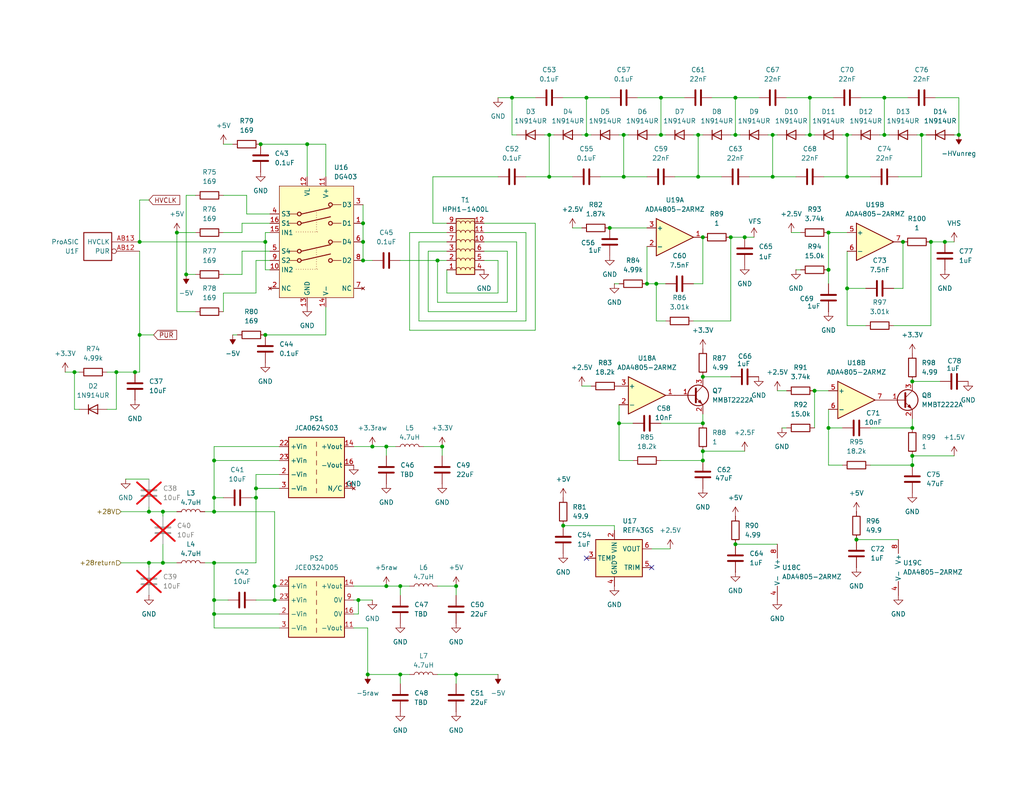
<source format=kicad_sch>
(kicad_sch (version 20231120) (generator "eeschema") (generator_version "8.0")
  (paper "USLetter")
  (title_block (title "QuERI MPU") (date "2024-06-05") (rev "RR1") (company "Noqsi Aerospace Ltd") (comment 1 "15 Blanchard Avenue, Billerica MA 01821") (comment 2 "jpd@noqsi.com"))
  (junction (at 72.39 66.04))
  (junction (at 246.38 66.04))
  (junction (at 179.07 77.47))
  (junction (at 166.37 62.23))
  (junction (at 200.66 148.59))
  (junction (at 248.92 124.46))
  (junction (at 203.2 64.77))
  (junction (at 99.06 71.12))
  (junction (at 149.86 48.26))
  (junction (at 248.92 116.84))
  (junction (at 190.5 36.83))
  (junction (at 233.68 147.32))
  (junction (at 99.06 66.04))
  (junction (at 48.26 63.5))
  (junction (at 38.1 66.04))
  (junction (at 58.42 139.7))
  (junction (at 99.06 60.96))
  (junction (at 220.98 36.83))
  (junction (at 124.46 160.02))
  (junction (at 58.42 125.73))
  (junction (at 210.82 48.26))
  (junction (at 199.39 64.77))
  (junction (at 105.41 121.92))
  (junction (at 248.92 127))
  (junction (at 168.91 115.57))
  (junction (at 20.32 101.6))
  (junction (at 226.06 73.66))
  (junction (at 231.14 78.74))
  (junction (at 191.77 102.87))
  (junction (at 153.67 143.51))
  (junction (at 71.12 39.37))
  (junction (at 180.34 36.83))
  (junction (at 231.14 36.83))
  (junction (at 105.41 160.02))
  (junction (at 254 66.04))
  (junction (at 36.83 101.6))
  (junction (at 109.22 184.15))
  (junction (at 58.42 167.64))
  (junction (at 191.77 123.19))
  (junction (at 200.66 36.83))
  (junction (at 160.02 26.67))
  (junction (at 200.66 26.67))
  (junction (at 74.93 163.83))
  (junction (at 191.77 115.57))
  (junction (at 69.85 135.89))
  (junction (at 190.5 48.26))
  (junction (at 69.85 133.35))
  (junction (at 40.64 153.67))
  (junction (at 50.8 74.93))
  (junction (at 58.42 135.89))
  (junction (at 261.62 36.83))
  (junction (at 31.75 101.6))
  (junction (at 44.45 139.7))
  (junction (at 101.6 121.92))
  (junction (at 176.53 77.47))
  (junction (at 191.77 64.77))
  (junction (at 109.22 160.02))
  (junction (at 120.65 121.92))
  (junction (at 149.86 36.83))
  (junction (at 257.81 66.04))
  (junction (at 210.82 36.83))
  (junction (at 72.39 91.44))
  (junction (at 220.98 26.67))
  (junction (at 44.45 153.67))
  (junction (at 40.64 139.7))
  (junction (at 83.82 39.37))
  (junction (at 160.02 36.83))
  (junction (at 124.46 184.15))
  (junction (at 241.3 36.83))
  (junction (at 191.77 125.73))
  (junction (at 170.18 48.26))
  (junction (at 58.42 163.83))
  (junction (at 58.42 153.67))
  (junction (at 139.7 26.67))
  (junction (at 248.92 104.14))
  (junction (at 38.1 91.44))
  (junction (at 97.79 163.83))
  (junction (at 180.34 26.67))
  (junction (at 222.25 106.68))
  (junction (at 226.06 63.5))
  (junction (at 231.14 48.26))
  (junction (at 100.33 184.15))
  (junction (at 241.3 26.67))
  (junction (at 226.06 116.84))
  (junction (at 119.38 71.12))
  (junction (at 74.93 160.02))
  (junction (at 170.18 36.83))
  (junction (at 251.46 36.83))
  (no_connect (at 160.02 152.4))
  (no_connect (at 177.8 154.94))
  (wire (pts (xy 76.2 160.02) (xy 74.93 160.02)))
  (wire (pts (xy 97.79 163.83) (xy 96.52 163.83)))
  (wire (pts (xy 149.86 36.83) (xy 149.86 48.26)))
  (wire (pts (xy 226.06 116.84) (xy 226.06 127)))
  (wire (pts (xy 121.92 73.66) (xy 121.92 80.01)))
  (wire (pts (xy 139.7 26.67) (xy 139.7 36.83)))
  (wire (pts (xy 50.8 74.93) (xy 53.34 74.93)))
  (wire (pts (xy 111.76 90.17) (xy 146.05 90.17)))
  (wire (pts (xy 231.14 48.26) (xy 237.49 48.26)))
  (wire (pts (xy 167.64 143.51) (xy 153.67 143.51)))
  (wire (pts (xy 190.5 36.83) (xy 190.5 48.26)))
  (wire (pts (xy 120.65 121.92) (xy 120.65 124.46)))
  (wire (pts (xy 50.8 53.34) (xy 50.8 74.93)))
  (wire (pts (xy 200.66 36.83) (xy 201.93 36.83)))
  (wire (pts (xy 149.86 48.26) (xy 156.21 48.26)))
  (wire (pts (xy 99.06 66.04) (xy 99.06 71.12)))
  (wire (pts (xy 116.84 85.09) (xy 140.97 85.09)))
  (wire (pts (xy 248.92 124.46) (xy 248.92 127)))
  (wire (pts (xy 199.39 36.83) (xy 200.66 36.83)))
  (wire (pts (xy 251.46 36.83) (xy 252.73 36.83)))
  (wire (pts (xy 250.19 36.83) (xy 251.46 36.83)))
  (wire (pts (xy 99.06 71.12) (xy 101.6 71.12)))
  (wire (pts (xy 135.89 71.12) (xy 132.08 71.12)))
  (wire (pts (xy 20.32 101.6) (xy 21.59 101.6)))
  (wire (pts (xy 209.55 36.83) (xy 210.82 36.83)))
  (wire (pts (xy 166.37 62.23) (xy 176.53 62.23)))
  (wire (pts (xy 17.78 101.6) (xy 20.32 101.6)))
  (wire (pts (xy 236.22 88.9) (xy 231.14 88.9)))
  (wire (pts (xy 226.06 63.5) (xy 231.14 63.5)))
  (wire (pts (xy 66.04 68.58) (xy 73.66 68.58)))
  (wire (pts (xy 254 66.04) (xy 257.81 66.04)))
  (wire (pts (xy 121.92 80.01) (xy 135.89 80.01)))
  (wire (pts (xy 241.3 36.83) (xy 242.57 36.83)))
  (wire (pts (xy 146.05 26.67) (xy 139.7 26.67)))
  (wire (pts (xy 180.34 36.83) (xy 181.61 36.83)))
  (wire (pts (xy 69.85 129.54) (xy 69.85 133.35)))
  (wire (pts (xy 40.64 153.67) (xy 44.45 153.67)))
  (wire (pts (xy 121.92 71.12) (xy 119.38 71.12)))
  (wire (pts (xy 58.42 163.83) (xy 58.42 167.64)))
  (wire (pts (xy 38.1 101.6) (xy 36.83 101.6)))
  (wire (pts (xy 38.1 66.04) (xy 72.39 66.04)))
  (wire (pts (xy 44.45 140.97) (xy 44.45 139.7)))
  (wire (pts (xy 226.06 63.5) (xy 226.06 73.66)))
  (wire (pts (xy 251.46 36.83) (xy 251.46 48.26)))
  (wire (pts (xy 255.27 26.67) (xy 261.62 26.67)))
  (wire (pts (xy 72.39 73.66) (xy 72.39 66.04)))
  (wire (pts (xy 83.82 39.37) (xy 83.82 48.26)))
  (wire (pts (xy 191.77 115.57) (xy 191.77 113.03)))
  (wire (pts (xy 31.75 101.6) (xy 36.83 101.6)))
  (wire (pts (xy 182.88 149.86) (xy 177.8 149.86)))
  (wire (pts (xy 240.03 36.83) (xy 241.3 36.83)))
  (wire (pts (xy 69.85 80.01) (xy 69.85 71.12)))
  (wire (pts (xy 21.59 111.76) (xy 20.32 111.76)))
  (wire (pts (xy 160.02 26.67) (xy 160.02 36.83)))
  (wire (pts (xy 67.31 58.42) (xy 73.66 58.42)))
  (wire (pts (xy 100.33 184.15) (xy 109.22 184.15)))
  (wire (pts (xy 40.64 153.67) (xy 40.64 154.94)))
  (wire (pts (xy 58.42 153.67) (xy 58.42 163.83)))
  (wire (pts (xy 160.02 26.67) (xy 166.37 26.67)))
  (wire (pts (xy 199.39 87.63) (xy 199.39 64.77)))
  (wire (pts (xy 63.5 91.44) (xy 64.77 91.44)))
  (wire (pts (xy 179.07 77.47) (xy 181.61 77.47)))
  (wire (pts (xy 109.22 184.15) (xy 111.76 184.15)))
  (wire (pts (xy 40.64 138.43) (xy 40.64 139.7)))
  (wire (pts (xy 66.04 60.96) (xy 66.04 63.5)))
  (wire (pts (xy 138.43 68.58) (xy 132.08 68.58)))
  (wire (pts (xy 124.46 184.15) (xy 135.89 184.15)))
  (wire (pts (xy 31.75 111.76) (xy 31.75 101.6)))
  (wire (pts (xy 180.34 26.67) (xy 186.69 26.67)))
  (wire (pts (xy 58.42 125.73) (xy 58.42 135.89)))
  (wire (pts (xy 76.2 133.35) (xy 69.85 133.35)))
  (wire (pts (xy 72.39 63.5) (xy 73.66 63.5)))
  (wire (pts (xy 99.06 55.88) (xy 99.06 60.96)))
  (wire (pts (xy 20.32 111.76) (xy 20.32 101.6)))
  (wire (pts (xy 69.85 133.35) (xy 69.85 135.89)))
  (wire (pts (xy 248.92 104.14) (xy 256.54 104.14)))
  (wire (pts (xy 189.23 36.83) (xy 190.5 36.83)))
  (wire (pts (xy 119.38 160.02) (xy 124.46 160.02)))
  (wire (pts (xy 119.38 71.12) (xy 119.38 82.55)))
  (wire (pts (xy 76.2 121.92) (xy 58.42 121.92)))
  (wire (pts (xy 118.11 60.96) (xy 118.11 48.26)))
  (wire (pts (xy 180.34 26.67) (xy 180.34 36.83)))
  (wire (pts (xy 58.42 125.73) (xy 76.2 125.73)))
  (wire (pts (xy 179.07 87.63) (xy 179.07 77.47)))
  (wire (pts (xy 146.05 60.96) (xy 132.08 60.96)))
  (wire (pts (xy 168.91 110.49) (xy 168.91 115.57)))
  (wire (pts (xy 176.53 67.31) (xy 176.53 77.47)))
  (wire (pts (xy 140.97 66.04) (xy 132.08 66.04)))
  (wire (pts (xy 168.91 36.83) (xy 170.18 36.83)))
  (wire (pts (xy 118.11 48.26) (xy 135.89 48.26)))
  (wire (pts (xy 149.86 36.83) (xy 151.13 36.83)))
  (wire (pts (xy 181.61 87.63) (xy 179.07 87.63)))
  (wire (pts (xy 109.22 160.02) (xy 109.22 162.56)))
  (wire (pts (xy 261.62 26.67) (xy 261.62 36.83)))
  (wire (pts (xy 60.96 74.93) (xy 66.04 74.93)))
  (wire (pts (xy 101.6 163.83) (xy 97.79 163.83)))
  (wire (pts (xy 229.87 36.83) (xy 231.14 36.83)))
  (wire (pts (xy 73.66 60.96) (xy 66.04 60.96)))
  (wire (pts (xy 204.47 48.26) (xy 210.82 48.26)))
  (wire (pts (xy 83.82 39.37) (xy 71.12 39.37)))
  (wire (pts (xy 191.77 123.19) (xy 203.2 123.19)))
  (wire (pts (xy 220.98 26.67) (xy 220.98 36.83)))
  (wire (pts (xy 179.07 36.83) (xy 180.34 36.83)))
  (wire (pts (xy 44.45 139.7) (xy 48.26 139.7)))
  (wire (pts (xy 168.91 115.57) (xy 168.91 125.73)))
  (wire (pts (xy 105.41 121.92) (xy 107.95 121.92)))
  (wire (pts (xy 140.97 85.09) (xy 140.97 66.04)))
  (wire (pts (xy 170.18 36.83) (xy 171.45 36.83)))
  (wire (pts (xy 176.53 77.47) (xy 179.07 77.47)))
  (wire (pts (xy 100.33 171.45) (xy 96.52 171.45)))
  (wire (pts (xy 119.38 184.15) (xy 124.46 184.15)))
  (wire (pts (xy 237.49 116.84) (xy 248.92 116.84)))
  (wire (pts (xy 210.82 36.83) (xy 210.82 48.26)))
  (wire (pts (xy 38.1 54.61) (xy 38.1 66.04)))
  (wire (pts (xy 88.9 91.44) (xy 72.39 91.44)))
  (wire (pts (xy 226.06 116.84) (xy 229.87 116.84)))
  (wire (pts (xy 73.66 73.66) (xy 72.39 73.66)))
  (wire (pts (xy 143.51 63.5) (xy 132.08 63.5)))
  (wire (pts (xy 226.06 77.47) (xy 226.06 73.66)))
  (wire (pts (xy 96.52 167.64) (xy 97.79 167.64)))
  (wire (pts (xy 191.77 102.87) (xy 199.39 102.87)))
  (wire (pts (xy 68.58 135.89) (xy 69.85 135.89)))
  (wire (pts (xy 109.22 184.15) (xy 109.22 186.69)))
  (wire (pts (xy 53.34 85.09) (xy 48.26 85.09)))
  (wire (pts (xy 231.14 36.83) (xy 231.14 48.26)))
  (wire (pts (xy 205.74 64.77) (xy 203.2 64.77)))
  (wire (pts (xy 58.42 121.92) (xy 58.42 125.73)))
  (wire (pts (xy 60.96 39.37) (xy 63.5 39.37)))
  (wire (pts (xy 220.98 36.83) (xy 222.25 36.83)))
  (wire (pts (xy 189.23 77.47) (xy 191.77 77.47)))
  (wire (pts (xy 88.9 39.37) (xy 83.82 39.37)))
  (wire (pts (xy 189.23 87.63) (xy 199.39 87.63)))
  (wire (pts (xy 60.96 63.5) (xy 66.04 63.5)))
  (wire (pts (xy 226.06 111.76) (xy 226.06 116.84)))
  (wire (pts (xy 224.79 48.26) (xy 231.14 48.26)))
  (wire (pts (xy 222.25 106.68) (xy 222.25 116.84)))
  (wire (pts (xy 233.68 147.32) (xy 245.11 147.32)))
  (wire (pts (xy 60.96 53.34) (xy 67.31 53.34)))
  (wire (pts (xy 55.88 153.67) (xy 58.42 153.67)))
  (wire (pts (xy 138.43 82.55) (xy 138.43 68.58)))
  (wire (pts (xy 212.09 106.68) (xy 214.63 106.68)))
  (wire (pts (xy 191.77 123.19) (xy 191.77 125.73)))
  (wire (pts (xy 74.93 160.02) (xy 74.93 139.7)))
  (wire (pts (xy 241.3 26.67) (xy 247.65 26.67)))
  (wire (pts (xy 243.84 88.9) (xy 254 88.9)))
  (wire (pts (xy 254 88.9) (xy 254 66.04)))
  (wire (pts (xy 248.92 127) (xy 237.49 127)))
  (wire (pts (xy 168.91 115.57) (xy 172.72 115.57)))
  (wire (pts (xy 105.41 160.02) (xy 109.22 160.02)))
  (wire (pts (xy 101.6 121.92) (xy 105.41 121.92)))
  (wire (pts (xy 200.66 148.59) (xy 212.09 148.59)))
  (wire (pts (xy 260.35 66.04) (xy 257.81 66.04)))
  (wire (pts (xy 38.1 68.58) (xy 38.1 91.44)))
  (wire (pts (xy 111.76 63.5) (xy 111.76 90.17)))
  (wire (pts (xy 99.06 60.96) (xy 99.06 66.04)))
  (wire (pts (xy 97.79 167.64) (xy 97.79 163.83)))
  (wire (pts (xy 48.26 85.09) (xy 48.26 63.5)))
  (wire (pts (xy 88.9 48.26) (xy 88.9 39.37)))
  (wire (pts (xy 60.96 80.01) (xy 69.85 80.01)))
  (wire (pts (xy 114.3 66.04) (xy 114.3 87.63)))
  (wire (pts (xy 116.84 68.58) (xy 116.84 85.09)))
  (wire (pts (xy 194.31 26.67) (xy 200.66 26.67)))
  (wire (pts (xy 96.52 160.02) (xy 105.41 160.02)))
  (wire (pts (xy 231.14 68.58) (xy 231.14 78.74)))
  (wire (pts (xy 100.33 184.15) (xy 100.33 171.45)))
  (wire (pts (xy 58.42 163.83) (xy 62.23 163.83)))
  (wire (pts (xy 38.1 91.44) (xy 41.91 91.44)))
  (wire (pts (xy 48.26 63.5) (xy 53.34 63.5)))
  (wire (pts (xy 231.14 78.74) (xy 236.22 78.74)))
  (wire (pts (xy 115.57 121.92) (xy 120.65 121.92)))
  (wire (pts (xy 167.64 144.78) (xy 167.64 143.51)))
  (wire (pts (xy 248.92 124.46) (xy 260.35 124.46)))
  (wire (pts (xy 200.66 26.67) (xy 207.01 26.67)))
  (wire (pts (xy 222.25 106.68) (xy 226.06 106.68)))
  (wire (pts (xy 109.22 71.12) (xy 119.38 71.12)))
  (wire (pts (xy 135.89 80.01) (xy 135.89 71.12)))
  (wire (pts (xy 139.7 36.83) (xy 140.97 36.83)))
  (wire (pts (xy 53.34 53.34) (xy 50.8 53.34)))
  (wire (pts (xy 231.14 88.9) (xy 231.14 78.74)))
  (wire (pts (xy 234.95 26.67) (xy 241.3 26.67)))
  (wire (pts (xy 200.66 26.67) (xy 200.66 36.83)))
  (wire (pts (xy 76.2 167.64) (xy 58.42 167.64)))
  (wire (pts (xy 143.51 48.26) (xy 149.86 48.26)))
  (wire (pts (xy 109.22 160.02) (xy 111.76 160.02)))
  (wire (pts (xy 167.64 77.47) (xy 168.91 77.47)))
  (wire (pts (xy 88.9 83.82) (xy 88.9 91.44)))
  (wire (pts (xy 119.38 82.55) (xy 138.43 82.55)))
  (wire (pts (xy 67.31 53.34) (xy 67.31 58.42)))
  (wire (pts (xy 170.18 48.26) (xy 176.53 48.26)))
  (wire (pts (xy 184.15 48.26) (xy 190.5 48.26)))
  (wire (pts (xy 168.91 125.73) (xy 172.72 125.73)))
  (wire (pts (xy 121.92 68.58) (xy 116.84 68.58)))
  (wire (pts (xy 241.3 26.67) (xy 241.3 36.83)))
  (wire (pts (xy 243.84 78.74) (xy 246.38 78.74)))
  (wire (pts (xy 163.83 48.26) (xy 170.18 48.26)))
  (wire (pts (xy 217.17 73.66) (xy 218.44 73.66)))
  (wire (pts (xy 261.62 36.83) (xy 260.35 36.83)))
  (wire (pts (xy 124.46 160.02) (xy 124.46 162.56)))
  (wire (pts (xy 158.75 105.41) (xy 161.29 105.41)))
  (wire (pts (xy 58.42 135.89) (xy 58.42 139.7)))
  (wire (pts (xy 29.21 101.6) (xy 31.75 101.6)))
  (wire (pts (xy 124.46 184.15) (xy 124.46 186.69)))
  (wire (pts (xy 215.9 63.5) (xy 218.44 63.5)))
  (wire (pts (xy 148.59 36.83) (xy 149.86 36.83)))
  (wire (pts (xy 143.51 87.63) (xy 143.51 63.5)))
  (wire (pts (xy 38.1 91.44) (xy 38.1 101.6)))
  (wire (pts (xy 121.92 60.96) (xy 118.11 60.96)))
  (wire (pts (xy 135.89 26.67) (xy 139.7 26.67)))
  (wire (pts (xy 220.98 26.67) (xy 227.33 26.67)))
  (wire (pts (xy 60.96 85.09) (xy 60.96 80.01)))
  (wire (pts (xy 58.42 171.45) (xy 58.42 167.64)))
  (wire (pts (xy 248.92 116.84) (xy 248.92 114.3)))
  (wire (pts (xy 72.39 66.04) (xy 72.39 63.5)))
  (wire (pts (xy 40.64 54.61) (xy 38.1 54.61)))
  (wire (pts (xy 69.85 135.89) (xy 69.85 153.67)))
  (wire (pts (xy 55.88 139.7) (xy 58.42 139.7)))
  (wire (pts (xy 44.45 148.59) (xy 44.45 153.67)))
  (wire (pts (xy 190.5 48.26) (xy 196.85 48.26)))
  (wire (pts (xy 210.82 48.26) (xy 217.17 48.26)))
  (wire (pts (xy 214.63 26.67) (xy 220.98 26.67)))
  (wire (pts (xy 58.42 139.7) (xy 74.93 139.7)))
  (wire (pts (xy 34.29 130.81) (xy 40.64 130.81)))
  (wire (pts (xy 156.21 62.23) (xy 158.75 62.23)))
  (wire (pts (xy 74.93 160.02) (xy 74.93 163.83)))
  (wire (pts (xy 170.18 36.83) (xy 170.18 48.26)))
  (wire (pts (xy 121.92 66.04) (xy 114.3 66.04)))
  (wire (pts (xy 219.71 36.83) (xy 220.98 36.83)))
  (wire (pts (xy 69.85 163.83) (xy 74.93 163.83)))
  (wire (pts (xy 69.85 71.12) (xy 73.66 71.12)))
  (wire (pts (xy 76.2 129.54) (xy 69.85 129.54)))
  (wire (pts (xy 158.75 36.83) (xy 160.02 36.83)))
  (wire (pts (xy 199.39 64.77) (xy 203.2 64.77)))
  (wire (pts (xy 121.92 63.5) (xy 111.76 63.5)))
  (wire (pts (xy 114.3 87.63) (xy 143.51 87.63)))
  (wire (pts (xy 66.04 74.93) (xy 66.04 68.58)))
  (wire (pts (xy 153.67 26.67) (xy 160.02 26.67)))
  (wire (pts (xy 29.21 111.76) (xy 31.75 111.76)))
  (wire (pts (xy 191.77 64.77) (xy 191.77 77.47)))
  (wire (pts (xy 231.14 36.83) (xy 232.41 36.83)))
  (wire (pts (xy 76.2 163.83) (xy 74.93 163.83)))
  (wire (pts (xy 58.42 135.89) (xy 60.96 135.89)))
  (wire (pts (xy 190.5 36.83) (xy 191.77 36.83)))
  (wire (pts (xy 173.99 26.67) (xy 180.34 26.67)))
  (wire (pts (xy 160.02 36.83) (xy 161.29 36.83)))
  (wire (pts (xy 44.45 153.67) (xy 48.26 153.67)))
  (wire (pts (xy 40.64 139.7) (xy 44.45 139.7)))
  (wire (pts (xy 180.34 115.57) (xy 191.77 115.57)))
  (wire (pts (xy 146.05 90.17) (xy 146.05 60.96)))
  (wire (pts (xy 33.02 139.7) (xy 40.64 139.7)))
  (wire (pts (xy 210.82 36.83) (xy 212.09 36.83)))
  (wire (pts (xy 33.02 153.67) (xy 40.64 153.67)))
  (wire (pts (xy 226.06 127) (xy 229.87 127)))
  (wire (pts (xy 191.77 125.73) (xy 180.34 125.73)))
  (wire (pts (xy 96.52 121.92) (xy 101.6 121.92)))
  (wire (pts (xy 69.85 153.67) (xy 58.42 153.67)))
  (wire (pts (xy 246.38 66.04) (xy 246.38 78.74)))
  (wire (pts (xy 251.46 48.26) (xy 245.11 48.26)))
  (wire (pts (xy 213.36 116.84) (xy 214.63 116.84)))
  (wire (pts (xy 105.41 121.92) (xy 105.41 124.46)))
  (wire (pts (xy 76.2 171.45) (xy 58.42 171.45)))
  (global_label "~{PUR}" (shape input) (at 41.91 91.44 0) (property "Intersheetrefs" "${INTERSHEET_REFS}" (effects (hide yes))))
  (global_label "HVCLK" (shape input) (at 40.64 54.61 0) (property "Intersheetrefs" "${INTERSHEET_REFS}" (effects (hide yes))))
  (hierarchical_label "+28return" (shape input) (at 33.02 153.67 180))
  (hierarchical_label "+28V" (shape input) (at 33.02 139.7 180))
  (symbol (lib_id "QuERI_symbols:+2.5F") (at 212.09 106.68 0) (unit 1)
    (property "Reference" "#PWR0156" (effects (hide yes)))
    (property "Value" "+2.5V" (at 212.09 101.6 0))
    (property "Description" "Power symbol creates a global label with name \"+2.5F\"" (effects (hide yes)))
  )
  (symbol (lib_id "QuERI_symbols:1N914UR") (at 165.1 36.83 0) (unit 1)
    (property "Reference" "D5" (at 165.1 30.48 0))
    (property "Value" "1N914UR" (at 165.1 33.02 0))
    (property "Footprint" "Diode_SMD:D_MiniMELF" (effects (hide yes)))
    (property "Description" "General Purpose Switching Diode" (effects (hide yes)))
    (property "Sim.Device" "D" (effects (hide yes)))
    (property "Sim.Pins" "1=K 2=A" (effects (hide yes)))
  )
  (symbol (lib_id "Device:R") (at 67.31 39.37 90) (unit 1)
    (property "Reference" "R79" (at 67.31 33.02 90))
    (property "Value" "169" (at 67.31 35.56 90))
    (property "Footprint" "Resistor_SMD:R_1206_3216Metric" (effects (hide yes)))
    (property "Description" "Resistor" (effects (hide yes)))
    (property "Spec" "1% 1/4W" (effects (hide yes)))
  )
  (symbol (lib_id "power:-5V") (at 63.5 91.44 0) (mirror x) (unit 1)
    (property "Reference" "#PWR0120" (effects (hide yes)))
    (property "Value" "-5V" (at 63.5 96.52 0))
    (property "Description" "Power symbol creates a global label with name \"-5V\"" (effects (hide yes)))
  )
  (symbol (lib_id "QuERI_symbols:C") (at 226.06 81.28 0) (unit 1)
    (property "Reference" "C69" (at 218.186 81.534 0) (effects (justify left)))
    (property "Value" "1uF" (at 220.218 83.566 0) (effects (justify left)))
    (property "Footprint" "Capacitor_SMD:C_0805_2012Metric" (effects (hide yes)))
    (property "Description" "Unpolarized capacitor" (effects (hide yes)))
    (property "Spec" "16WVDC X7R" (effects (hide yes)))
  )
  (symbol (lib_id "QuERI_symbols:+2.5F") (at 215.9 63.5 0) (unit 1)
    (property "Reference" "#PWR0159" (effects (hide yes)))
    (property "Value" "+2.5V" (at 215.9 58.42 0))
    (property "Description" "Power symbol creates a global label with name \"+2.5F\"" (effects (hide yes)))
  )
  (symbol (lib_id "power:GND") (at 203.2 72.39 0) (unit 1)
    (property "Reference" "#PWR0152" (effects (hide yes)))
    (property "Value" "GND" (at 203.2 77.47 0))
    (property "Description" "Power symbol creates a global label with name \"GND\" , ground" (effects (hide yes)))
  )
  (symbol (lib_id "Device:R") (at 57.15 85.09 90) (unit 1)
    (property "Reference" "R78" (at 57.15 78.74 90))
    (property "Value" "169" (at 57.15 81.28 90))
    (property "Footprint" "Resistor_SMD:R_1206_3216Metric" (effects (hide yes)))
    (property "Description" "Resistor" (effects (hide yes)))
    (property "Spec" "1% 1/4W" (effects (hide yes)))
  )
  (symbol (lib_id "QuERI_symbols:ADA4805-2ARMZ") (at 247.65 154.94 0) (unit 3)
    (property "Reference" "U19" (at 246.38 153.6699 0) (effects (justify left)))
    (property "Value" "ADA4805-2ARMZ" (at 246.38 156.2099 0) (effects (justify left)))
    (property "Footprint" "Package_SO:MSOP-8_3x3mm_P0.65mm" (effects (hide yes)))
    (property "Datasheet" "https://www.analog.com/media/en/technical-documentation/data-sheets/ADA4805-1_4805-2.pdf" (effects (hide yes)))
    (property "Description" "Dual Operational Amplifiers, DIP-8/SOIC-8/TSSOP-8/VSSOP-8" (effects (hide yes)))
  )
  (symbol (lib_id "QuERI_FPGA:ProASIC") (at 38.1 68.58 180) (unit 6)
    (property "Reference" "U1" (at 21.59 68.5801 0) (effects (justify left)))
    (property "Value" "ProASIC" (at 21.59 66.0401 0) (effects (justify left)))
    (property "Footprint" "Package_BGA:BGA-484_23.0x23.0mm_Layout22x22_P1.0mm" (effects (hide yes)))
    (property "Datasheet" "	https://www.microsemi.com/document-portal/doc_download/130701-ds0098-proasic3e-flash-family-fpgas-datasheet" (effects (hide yes)))
    (property "Description" "	A3PE3000-FGG484" (effects (hide yes)))
    (property "desc" "	FPGA" (effects (hide yes)))
  )
  (symbol (lib_id "QuERI_symbols:ADA4805-2ARMZ") (at 176.53 107.95 0) (unit 1)
    (property "Reference" "U18" (at 176.53 97.79 0))
    (property "Value" "ADA4805-2ARMZ" (at 176.53 100.33 0))
    (property "Footprint" "Package_SO:MSOP-8_3x3mm_P0.65mm" (effects (hide yes)))
    (property "Datasheet" "https://www.analog.com/media/en/technical-documentation/data-sheets/ADA4805-1_4805-2.pdf" (effects (hide yes)))
    (property "Description" "Dual Operational Amplifiers, DIP-8/SOIC-8/TSSOP-8/VSSOP-8" (effects (hide yes)))
  )
  (symbol (lib_id "QuERI_symbols:Csmall") (at 251.46 26.67 90) (unit 1)
    (property "Reference" "C76" (at 251.46 19.05 90))
    (property "Value" "22nF" (at 251.46 21.59 90))
    (property "Footprint" "Capacitor_SMD:C_0603_1608Metric" (effects (hide yes)))
    (property "Description" "Unpolarized capacitor" (effects (hide yes)))
    (property "Spec" "50WVDC X7R" (effects (hide yes)))
  )
  (symbol (lib_id "power:GND") (at 248.92 134.62 0) (unit 1)
    (property "Reference" "#PWR0166" (effects (hide yes)))
    (property "Value" "GND" (at 248.92 139.7 0))
    (property "Description" "Power symbol creates a global label with name \"GND\" , ground" (effects (hide yes)))
  )
  (symbol (lib_id "power:+3.3V") (at 17.78 101.6 0) (unit 1)
    (property "Reference" "#PWR0113" (effects (hide yes)))
    (property "Value" "+3.3V" (at 17.78 96.52 0))
    (property "Description" "Power symbol creates a global label with name \"+3.3V\"" (effects (hide yes)))
  )
  (symbol (lib_id "QuERI_symbols:Csmall") (at 190.5 26.67 90) (unit 1)
    (property "Reference" "C61" (at 190.5 19.05 90))
    (property "Value" "22nF" (at 190.5 21.59 90))
    (property "Footprint" "Capacitor_SMD:C_0603_1608Metric" (effects (hide yes)))
    (property "Description" "Unpolarized capacitor" (effects (hide yes)))
    (property "Spec" "50WVDC X7R" (effects (hide yes)))
  )
  (symbol (lib_id "power:+5V") (at 105.41 160.02 0) (unit 1)
    (property "Reference" "#PWR0129" (effects (hide yes)))
    (property "Value" "+5raw" (at 105.41 154.94 0))
    (property "Description" "Power symbol creates a global label with name \"+5V\"" (effects (hide yes)))
  )
  (symbol (lib_id "QuERI_symbols:Rlowp") (at 185.42 87.63 90) (unit 1)
    (property "Reference" "R86" (at 185.42 81.28 90))
    (property "Value" "3.01k" (at 185.42 83.82 90))
    (property "Footprint" "Resistor_SMD:R_0603_1608Metric" (effects (hide yes)))
    (property "Description" "Resistor" (effects (hide yes)))
    (property "Spec" "1% 1/10W" (effects (hide yes)))
  )
  (symbol (lib_id "QuERI_symbols:C") (at 203.2 68.58 0) (unit 1)
    (property "Reference" "C65" (at 207.01 67.31 0) (effects (justify left)))
    (property "Value" "1uF" (at 207.01 70.104 0) (effects (justify left)))
    (property "Footprint" "Capacitor_SMD:C_0805_2012Metric" (effects (hide yes)))
    (property "Description" "Unpolarized capacitor" (effects (hide yes)))
    (property "Spec" "16WVDC X7R" (effects (hide yes)))
  )
  (symbol (lib_id "QuERI_symbols:+2.5F") (at 260.35 124.46 0) (unit 1)
    (property "Reference" "#PWR0169" (effects (hide yes)))
    (property "Value" "+1.5V" (at 260.35 119.38 0))
    (property "Description" "Power symbol creates a global label with name \"+2.5F\"" (effects (hide yes)))
  )
  (symbol (lib_id "QuERI_symbols:C") (at 40.64 158.75 0) (unit 1) (dnp yes)
    (property "Reference" "C39" (at 44.45 157.4799 0) (effects (justify left)))
    (property "Value" "10uF" (at 44.45 160.0199 0) (effects (justify left)))
    (property "Footprint" "Capacitor_SMD:C_1210_3225Metric" (effects (hide yes)))
    (property "Description" "Unpolarized capacitor" (effects (hide yes)))
    (property "Spec" "50WVDC X7R" (effects (hide yes)))
  )
  (symbol (lib_id "power:GND") (at 213.36 116.84 0) (unit 1)
    (property "Reference" "#PWR0158" (effects (hide yes)))
    (property "Value" "GND" (at 213.36 121.92 0))
    (property "Description" "Power symbol creates a global label with name \"GND\" , ground" (effects (hide yes)))
  )
  (symbol (lib_id "power:GND") (at 109.22 170.18 0) (unit 1)
    (property "Reference" "#PWR0130" (effects (hide yes)))
    (property "Value" "GND" (at 109.22 175.26 0))
    (property "Description" "Power symbol creates a global label with name \"GND\" , ground" (effects (hide yes)))
  )
  (symbol (lib_id "QuERI_symbols:Csmall") (at 200.66 48.26 90) (unit 1)
    (property "Reference" "C63" (at 200.66 40.64 90))
    (property "Value" "22nF" (at 200.66 43.18 90))
    (property "Footprint" "Capacitor_SMD:C_0603_1608Metric" (effects (hide yes)))
    (property "Description" "Unpolarized capacitor" (effects (hide yes)))
    (property "Spec" "50WVDC X7R" (effects (hide yes)))
  )
  (symbol (lib_id "QuERI_symbols:C") (at 233.68 151.13 0) (unit 1)
    (property "Reference" "C72" (at 237.49 149.8599 0) (effects (justify left)))
    (property "Value" "1uF" (at 237.49 152.3999 0) (effects (justify left)))
    (property "Footprint" "Capacitor_SMD:C_0805_2012Metric" (effects (hide yes)))
    (property "Description" "Unpolarized capacitor" (effects (hide yes)))
    (property "Spec" "16WVDC X7R" (effects (hide yes)))
  )
  (symbol (lib_id "QuERI_symbols:Rlowp") (at 222.25 73.66 90) (unit 1)
    (property "Reference" "R94" (at 222.25 67.31 90))
    (property "Value" "15.0k" (at 222.25 69.85 90))
    (property "Footprint" "Resistor_SMD:R_0603_1608Metric" (effects (hide yes)))
    (property "Description" "Resistor" (effects (hide yes)))
    (property "Spec" "1% 1/10W" (effects (hide yes)))
  )
  (symbol (lib_id "power:+5V") (at 200.66 140.97 0) (unit 1)
    (property "Reference" "#PWR0150" (effects (hide yes)))
    (property "Value" "+5V" (at 200.66 135.89 0))
    (property "Description" "Power symbol creates a global label with name \"+5V\"" (effects (hide yes)))
  )
  (symbol (lib_id "power:+3.3V") (at 248.92 96.52 0) (unit 1)
    (property "Reference" "#PWR0165" (effects (hide yes)))
    (property "Value" "+3.3V" (at 248.92 91.44 0))
    (property "Description" "Power symbol creates a global label with name \"+3.3V\"" (effects (hide yes)))
  )
  (symbol (lib_id "power:GND") (at 101.6 163.83 0) (unit 1)
    (property "Reference" "#PWR0127" (effects (hide yes)))
    (property "Value" "GND" (at 101.6 168.91 0))
    (property "Description" "Power symbol creates a global label with name \"GND\" , ground" (effects (hide yes)))
  )
  (symbol (lib_id "power:GND") (at 226.06 85.09 0) (unit 1)
    (property "Reference" "#PWR0161" (effects (hide yes)))
    (property "Value" "GND" (at 226.06 90.17 0))
    (property "Description" "Power symbol creates a global label with name \"GND\" , ground" (effects (hide yes)))
  )
  (symbol (lib_id "QuERI_symbols:REF43GS") (at 167.64 152.4 0) (unit 1)
    (property "Reference" "U17" (at 169.8341 142.24 0) (effects (justify left)))
    (property "Value" "REF43GS" (at 169.8341 144.78 0) (effects (justify left)))
    (property "Footprint" "Package_SO:SOIC-8_3.9x4.9mm_P1.27mm" (effects (hide yes)))
    (property "Description" "5V ±15mV Precision Voltage Reference, SO-8" (effects (hide yes)))
  )
  (symbol (lib_id "QuERI_symbols:Csmall") (at 233.68 116.84 270) (unit 1)
    (property "Reference" "C71" (at 238.252 112.776 90))
    (property "Value" "10nF" (at 238.252 115.316 90))
    (property "Footprint" "Capacitor_SMD:C_0603_1608Metric" (effects (hide yes)))
    (property "Description" "Unpolarized capacitor" (effects (hide yes)))
    (property "Spec" "50WVDC C0G" (effects (hide yes)))
  )
  (symbol (lib_id "power:+5V") (at 124.46 160.02 0) (unit 1)
    (property "Reference" "#PWR0134" (effects (hide yes)))
    (property "Value" "+5V" (at 124.46 154.94 0))
    (property "Description" "Power symbol creates a global label with name \"+5V\"" (effects (hide yes)))
  )
  (symbol (lib_id "QuERI_symbols:1N914UR") (at 185.42 36.83 0) (unit 1)
    (property "Reference" "D7" (at 185.42 30.48 0))
    (property "Value" "1N914UR" (at 185.42 33.02 0))
    (property "Footprint" "Diode_SMD:D_MiniMELF" (effects (hide yes)))
    (property "Description" "General Purpose Switching Diode" (effects (hide yes)))
    (property "Sim.Device" "D" (effects (hide yes)))
    (property "Sim.Pins" "1=K 2=A" (effects (hide yes)))
  )
  (symbol (lib_id "QuERI_symbols:Rlowp") (at 165.1 105.41 90) (unit 1)
    (property "Reference" "R83" (at 165.1 99.06 90))
    (property "Value" "18.2k" (at 165.1 101.6 90))
    (property "Footprint" "Resistor_SMD:R_0603_1608Metric" (effects (hide yes)))
    (property "Description" "Resistor" (effects (hide yes)))
    (property "Spec" "1% 1/10W" (effects (hide yes)))
  )
  (symbol (lib_id "QuERI_symbols:Rlowp") (at 218.44 106.68 90) (unit 1)
    (property "Reference" "R91" (at 218.44 100.33 90))
    (property "Value" "3.74k" (at 218.44 102.87 90))
    (property "Footprint" "Resistor_SMD:R_0603_1608Metric" (effects (hide yes)))
    (property "Description" "Resistor" (effects (hide yes)))
    (property "Spec" "1% 1/10W" (effects (hide yes)))
  )
  (symbol (lib_id "QuERI_symbols:JCE0324D05") (at 86.36 168.91 0) (unit 1)
    (property "Reference" "PS2" (at 86.36 152.4 0))
    (property "Value" "JCE0324D05" (at 86.36 154.94 0))
    (property "Footprint" "Package_DIP:DIP-24_W15.24mm_Socket" (effects (hide yes)))
    (property "Datasheet" "https://www.xppower.com/portals/0/pdfs/SF_JCE03.pdf" (effects (hide yes)))
    (property "Description" "XP Power 3W, 1500 VDC Isolated DC/DC Converter Module, Dual Output Voltage ±5V, ±300mA, 18-36V Input Voltage, DIP" (effects (hide yes)))
  )
  (symbol (lib_id "power:GND") (at 40.64 162.56 0) (unit 1)
    (property "Reference" "#PWR0116" (effects (hide yes)))
    (property "Value" "GND" (at 40.64 167.64 0))
    (property "Description" "Power symbol creates a global label with name \"GND\" , ground" (effects (hide yes)))
  )
  (symbol (lib_id "QuERI_symbols:+2.5F") (at 182.88 149.86 0) (unit 1)
    (property "Reference" "#PWR0147" (effects (hide yes)))
    (property "Value" "+2.5V" (at 182.88 144.78 0))
    (property "Description" "Power symbol creates a global label with name \"+2.5F\"" (effects (hide yes)))
  )
  (symbol (lib_id "power:-5V") (at 100.33 184.15 0) (mirror x) (unit 1)
    (property "Reference" "#PWR0125" (effects (hide yes)))
    (property "Value" "-5raw" (at 100.33 189.23 0))
    (property "Description" "Power symbol creates a global label with name \"-5V\"" (effects (hide yes)))
  )
  (symbol (lib_id "QuERI_symbols:1N914UR") (at 205.74 36.83 0) (unit 1)
    (property "Reference" "D9" (at 205.74 30.48 0))
    (property "Value" "1N914UR" (at 205.74 33.02 0))
    (property "Footprint" "Diode_SMD:D_MiniMELF" (effects (hide yes)))
    (property "Description" "General Purpose Switching Diode" (effects (hide yes)))
    (property "Sim.Device" "D" (effects (hide yes)))
    (property "Sim.Pins" "1=K 2=A" (effects (hide yes)))
  )
  (symbol (lib_id "Device:L") (at 52.07 153.67 90) (unit 1)
    (property "Reference" "L4" (at 52.07 148.59 90))
    (property "Value" "4.7uH" (at 52.07 151.13 90))
    (property "Footprint" "Inductor_SMD:L_1008_2520Metric" (effects (hide yes)))
    (property "Description" "Inductor" (effects (hide yes)))
  )
  (symbol (lib_id "QuERI_symbols:Csmall") (at 210.82 26.67 90) (unit 1)
    (property "Reference" "C67" (at 210.82 19.05 90))
    (property "Value" "22nF" (at 210.82 21.59 90))
    (property "Footprint" "Capacitor_SMD:C_0603_1608Metric" (effects (hide yes)))
    (property "Description" "Unpolarized capacitor" (effects (hide yes)))
    (property "Spec" "50WVDC X7R" (effects (hide yes)))
  )
  (symbol (lib_id "QuERI_symbols:1N914UR") (at 236.22 36.83 0) (unit 1)
    (property "Reference" "D12" (at 236.22 30.48 0))
    (property "Value" "1N914UR" (at 236.22 33.02 0))
    (property "Footprint" "Diode_SMD:D_MiniMELF" (effects (hide yes)))
    (property "Description" "General Purpose Switching Diode" (effects (hide yes)))
    (property "Sim.Device" "D" (effects (hide yes)))
    (property "Sim.Pins" "1=K 2=A" (effects (hide yes)))
  )
  (symbol (lib_id "QuERI_symbols:Csmall") (at 220.98 48.26 90) (unit 1)
    (property "Reference" "C68" (at 220.98 40.64 90))
    (property "Value" "22nF" (at 220.98 43.18 90))
    (property "Footprint" "Capacitor_SMD:C_0603_1608Metric" (effects (hide yes)))
    (property "Description" "Unpolarized capacitor" (effects (hide yes)))
    (property "Spec" "50WVDC X7R" (effects (hide yes)))
  )
  (symbol (lib_id "power:GND") (at 105.41 132.08 0) (unit 1)
    (property "Reference" "#PWR0128" (effects (hide yes)))
    (property "Value" "GND" (at 105.41 137.16 0))
    (property "Description" "Power symbol creates a global label with name \"GND\" , ground" (effects (hide yes)))
  )
  (symbol (lib_id "power:GND") (at 264.16 104.14 0) (unit 1)
    (property "Reference" "#PWR0171" (effects (hide yes)))
    (property "Value" "GND" (at 264.16 109.22 0))
    (property "Description" "Power symbol creates a global label with name \"GND\" , ground" (effects (hide yes)))
  )
  (symbol (lib_id "power:GND") (at 233.68 154.94 0) (unit 1)
    (property "Reference" "#PWR0163" (effects (hide yes)))
    (property "Value" "GND" (at 233.68 160.02 0))
    (property "Description" "Power symbol creates a global label with name \"GND\" , ground" (effects (hide yes)))
  )
  (symbol (lib_id "power:+5V") (at 233.68 139.7 0) (unit 1)
    (property "Reference" "#PWR0162" (effects (hide yes)))
    (property "Value" "+5V" (at 233.68 134.62 0))
    (property "Description" "Power symbol creates a global label with name \"+5V\"" (effects (hide yes)))
  )
  (symbol (lib_id "QuERI_symbols:1N914UR") (at 144.78 36.83 0) (unit 1)
    (property "Reference" "D3" (at 144.78 30.48 0))
    (property "Value" "1N914UR" (at 144.78 33.02 0))
    (property "Footprint" "Diode_SMD:D_MiniMELF" (effects (hide yes)))
    (property "Description" "General Purpose Switching Diode" (effects (hide yes)))
    (property "Sim.Device" "D" (effects (hide yes)))
    (property "Sim.Pins" "1=K 2=A" (effects (hide yes)))
  )
  (symbol (lib_id "QuERI_symbols:C") (at 170.18 26.67 90) (unit 1)
    (property "Reference" "C57" (at 170.18 19.05 90))
    (property "Value" "0.1uF" (at 170.18 21.59 90))
    (property "Footprint" "Capacitor_SMD:C_0603_1608Metric" (effects (hide yes)))
    (property "Description" "Unpolarized capacitor" (effects (hide yes)))
    (property "Spec" "50WVDC X7R" (effects (hide yes)))
  )
  (symbol (lib_id "power:GND") (at 124.46 170.18 0) (unit 1)
    (property "Reference" "#PWR0135" (effects (hide yes)))
    (property "Value" "GND" (at 124.46 175.26 0))
    (property "Description" "Power symbol creates a global label with name \"GND\" , ground" (effects (hide yes)))
  )
  (symbol (lib_id "QuERI_symbols:Rlowp") (at 191.77 119.38 0) (unit 1)
    (property "Reference" "R88" (at 194.31 118.1099 0) (effects (justify left)))
    (property "Value" "1" (at 194.31 120.6499 0) (effects (justify left)))
    (property "Footprint" "Resistor_SMD:R_0603_1608Metric" (effects (hide yes)))
    (property "Description" "Resistor" (effects (hide yes)))
    (property "Spec" "1% 1/10W" (effects (hide yes)))
  )
  (symbol (lib_id "power:GND") (at 207.01 102.87 0) (unit 1)
    (property "Reference" "#PWR0155" (effects (hide yes)))
    (property "Value" "GND" (at 207.01 107.95 0))
    (property "Description" "Power symbol creates a global label with name \"GND\" , ground" (effects (hide yes)))
  )
  (symbol (lib_id "QuERI_symbols:1N914UR") (at 215.9 36.83 0) (unit 1)
    (property "Reference" "D10" (at 215.9 30.48 0))
    (property "Value" "1N914UR" (at 215.9 33.02 0))
    (property "Footprint" "Diode_SMD:D_MiniMELF" (effects (hide yes)))
    (property "Description" "General Purpose Switching Diode" (effects (hide yes)))
    (property "Sim.Device" "D" (effects (hide yes)))
    (property "Sim.Pins" "1=K 2=A" (effects (hide yes)))
  )
  (symbol (lib_id "QuERI_symbols:C") (at 200.66 152.4 0) (unit 1)
    (property "Reference" "C64" (at 204.47 151.1299 0) (effects (justify left)))
    (property "Value" "1uF" (at 204.47 153.6699 0) (effects (justify left)))
    (property "Footprint" "Capacitor_SMD:C_0805_2012Metric" (effects (hide yes)))
    (property "Description" "Unpolarized capacitor" (effects (hide yes)))
    (property "Spec" "16WVDC X7R" (effects (hide yes)))
  )
  (symbol (lib_id "QuERI_symbols:C") (at 64.77 135.89 90) (unit 1)
    (property "Reference" "C41" (at 64.77 128.27 90))
    (property "Value" "10uF" (at 64.77 130.81 90))
    (property "Footprint" "Capacitor_SMD:C_1210_3225Metric" (effects (hide yes)))
    (property "Description" "Unpolarized capacitor" (effects (hide yes)))
    (property "Spec" "50WVDC X7R" (effects (hide yes)))
  )
  (symbol (lib_id "Device:L") (at 52.07 139.7 90) (unit 1)
    (property "Reference" "L3" (at 52.07 134.62 90))
    (property "Value" "4.7uH" (at 52.07 137.16 90))
    (property "Footprint" "Inductor_SMD:L_1008_2520Metric" (effects (hide yes)))
    (property "Description" "Inductor" (effects (hide yes)))
  )
  (symbol (lib_id "QuERI_symbols:1N914UR") (at 175.26 36.83 0) (unit 1)
    (property "Reference" "D6" (at 175.26 30.48 0))
    (property "Value" "1N914UR" (at 175.26 33.02 0))
    (property "Footprint" "Diode_SMD:D_MiniMELF" (effects (hide yes)))
    (property "Description" "General Purpose Switching Diode" (effects (hide yes)))
    (property "Sim.Device" "D" (effects (hide yes)))
    (property "Sim.Pins" "1=K 2=A" (effects (hide yes)))
  )
  (symbol (lib_id "QuERI_symbols:C") (at 105.41 128.27 0) (unit 1)
    (property "Reference" "C46" (at 109.22 126.9999 0) (effects (justify left)))
    (property "Value" "TBD" (at 109.22 129.5399 0) (effects (justify left)))
    (property "Footprint" "Capacitor_SMD:C_1210_3225Metric" (effects (hide yes)))
    (property "Description" "Unpolarized capacitor" (effects (hide yes)))
    (property "Spec" "16WVDC X7R" (effects (hide yes)))
  )
  (symbol (lib_id "QuERI_symbols:ADA4805-2ARMZ") (at 233.68 109.22 0) (unit 2)
    (property "Reference" "U18" (at 233.68 99.06 0))
    (property "Value" "ADA4805-2ARMZ" (at 233.68 101.6 0))
    (property "Footprint" "Package_SO:MSOP-8_3x3mm_P0.65mm" (effects (hide yes)))
    (property "Datasheet" "https://www.analog.com/media/en/technical-documentation/data-sheets/ADA4805-1_4805-2.pdf" (effects (hide yes)))
    (property "Description" "Dual Operational Amplifiers, DIP-8/SOIC-8/TSSOP-8/VSSOP-8" (effects (hide yes)))
  )
  (symbol (lib_id "QuERI_symbols:C") (at 203.2 102.87 90) (unit 1)
    (property "Reference" "C66" (at 205.232 97.282 90) (effects (justify left)))
    (property "Value" "1uF" (at 204.724 99.314 90) (effects (justify left)))
    (property "Footprint" "Capacitor_SMD:C_0805_2012Metric" (effects (hide yes)))
    (property "Description" "Unpolarized capacitor" (effects (hide yes)))
    (property "Spec" "16WVDC X7R" (effects (hide yes)))
  )
  (symbol (lib_id "QuERI_symbols:Rlowp") (at 153.67 139.7 0) (unit 1)
    (property "Reference" "R81" (at 156.21 138.4299 0) (effects (justify left)))
    (property "Value" "49.9" (at 156.21 140.9699 0) (effects (justify left)))
    (property "Footprint" "Resistor_SMD:R_0603_1608Metric" (effects (hide yes)))
    (property "Description" "Resistor" (effects (hide yes)))
    (property "Spec" "1% 1/10W" (effects (hide yes)))
  )
  (symbol (lib_id "power:GND") (at 191.77 133.35 0) (unit 1)
    (property "Reference" "#PWR0149" (effects (hide yes)))
    (property "Value" "GND" (at 191.77 138.43 0))
    (property "Description" "Power symbol creates a global label with name \"GND\" , ground" (effects (hide yes)))
  )
  (symbol (lib_id "QuERI_symbols:C") (at 191.77 129.54 0) (unit 1)
    (property "Reference" "C62" (at 195.58 128.2699 0) (effects (justify left)))
    (property "Value" "47uF" (at 195.072 130.556 0) (effects (justify left)))
    (property "Footprint" "Capacitor_SMD:C_1210_3225Metric" (effects (hide yes)))
    (property "Description" "Unpolarized capacitor" (effects (hide yes)))
    (property "Spec" "6.3WVDC X7R" (effects (hide yes)))
  )
  (symbol (lib_id "Device:R") (at 57.15 74.93 90) (unit 1)
    (property "Reference" "R77" (at 57.15 68.58 90))
    (property "Value" "169" (at 57.15 71.12 90))
    (property "Footprint" "Resistor_SMD:R_1206_3216Metric" (effects (hide yes)))
    (property "Description" "Resistor" (effects (hide yes)))
    (property "Spec" "1% 1/4W" (effects (hide yes)))
  )
  (symbol (lib_id "power:GND") (at 135.89 26.67 0) (mirror y) (unit 1)
    (property "Reference" "#PWR0138" (effects (hide yes)))
    (property "Value" "GND" (at 135.89 31.75 0))
    (property "Description" "Power symbol creates a global label with name \"GND\" , ground" (effects (hide yes)))
  )
  (symbol (lib_id "power:GND") (at 153.67 151.13 0) (unit 1)
    (property "Reference" "#PWR0141" (effects (hide yes)))
    (property "Value" "GND" (at 153.67 156.21 0))
    (property "Description" "Power symbol creates a global label with name \"GND\" , ground" (effects (hide yes)))
  )
  (symbol (lib_id "power:-5V") (at 135.89 184.15 0) (mirror x) (unit 1)
    (property "Reference" "#PWR0139" (effects (hide yes)))
    (property "Value" "-5V" (at 135.89 189.23 0))
    (property "Description" "Power symbol creates a global label with name \"-5V\"" (effects (hide yes)))
  )
  (symbol (lib_id "QuERI_symbols:C") (at 139.7 48.26 90) (unit 1)
    (property "Reference" "C52" (at 139.7 40.64 90))
    (property "Value" "0.1uF" (at 139.7 43.18 90))
    (property "Footprint" "Capacitor_SMD:C_0603_1608Metric" (effects (hide yes)))
    (property "Description" "Unpolarized capacitor" (effects (hide yes)))
    (property "Spec" "50WVDC X7R" (effects (hide yes)))
  )
  (symbol (lib_id "power:GND") (at 120.65 132.08 0) (unit 1)
    (property "Reference" "#PWR0133" (effects (hide yes)))
    (property "Value" "GND" (at 120.65 137.16 0))
    (property "Description" "Power symbol creates a global label with name \"GND\" , ground" (effects (hide yes)))
  )
  (symbol (lib_id "QuERI_symbols:Rlowp") (at 176.53 125.73 90) (unit 1)
    (property "Reference" "R85" (at 176.53 119.38 90))
    (property "Value" "18.2k" (at 176.53 121.92 90))
    (property "Footprint" "Resistor_SMD:R_0603_1608Metric" (effects (hide yes)))
    (property "Description" "Resistor" (effects (hide yes)))
    (property "Spec" "1% 1/10W" (effects (hide yes)))
  )
  (symbol (lib_id "power:GND") (at 257.81 73.66 0) (unit 1)
    (property "Reference" "#PWR0167" (effects (hide yes)))
    (property "Value" "GND" (at 257.81 78.74 0))
    (property "Description" "Power symbol creates a global label with name \"GND\" , ground" (effects (hide yes)))
  )
  (symbol (lib_id "QuERI_symbols:ADA4805-2ARMZ") (at 214.63 156.21 0) (unit 3)
    (property "Reference" "U18" (at 213.36 154.9399 0) (effects (justify left)))
    (property "Value" "ADA4805-2ARMZ" (at 213.36 157.4799 0) (effects (justify left)))
    (property "Footprint" "Package_SO:MSOP-8_3x3mm_P0.65mm" (effects (hide yes)))
    (property "Datasheet" "https://www.analog.com/media/en/technical-documentation/data-sheets/ADA4805-1_4805-2.pdf" (effects (hide yes)))
    (property "Description" "Dual Operational Amplifiers, DIP-8/SOIC-8/TSSOP-8/VSSOP-8" (effects (hide yes)))
  )
  (symbol (lib_id "power:GND") (at 34.29 130.81 0) (unit 1)
    (property "Reference" "#PWR0114" (effects (hide yes)))
    (property "Value" "GND" (at 34.29 135.89 0))
    (property "Description" "Power symbol creates a global label with name \"GND\" , ground" (effects (hide yes)))
  )
  (symbol (lib_id "power:GND") (at 132.08 73.66 0) (mirror y) (unit 1)
    (property "Reference" "#PWR0137" (effects (hide yes)))
    (property "Value" "GND" (at 132.08 78.74 0))
    (property "Description" "Power symbol creates a global label with name \"GND\" , ground" (effects (hide yes)))
  )
  (symbol (lib_id "QuERI_symbols:Rlowp") (at 218.44 116.84 90) (unit 1)
    (property "Reference" "R92" (at 218.44 110.49 90))
    (property "Value" "15.0k" (at 218.44 113.03 90))
    (property "Footprint" "Resistor_SMD:R_0603_1608Metric" (effects (hide yes)))
    (property "Description" "Resistor" (effects (hide yes)))
    (property "Spec" "1% 1/10W" (effects (hide yes)))
  )
  (symbol (lib_id "power:GND") (at 72.39 99.06 0) (mirror y) (unit 1)
    (property "Reference" "#PWR0122" (effects (hide yes)))
    (property "Value" "GND" (at 72.39 104.14 0))
    (property "Description" "Power symbol creates a global label with name \"GND\" , ground" (effects (hide yes)))
  )
  (symbol (lib_id "Transistor_BJT:MMBT2222A") (at 189.23 107.95 0) (unit 1)
    (property "Reference" "Q7" (at 194.31 106.6799 0) (effects (justify left)))
    (property "Value" "MMBT2222A" (at 194.31 109.2199 0) (effects (justify left)))
    (property "Footprint" "Package_TO_SOT_SMD:SOT-23" (effects (hide yes)))
    (property "Datasheet" "https://assets.nexperia.com/documents/data-sheet/MMBT2222A.pdf" (effects (hide yes)))
    (property "Description" "600mA Ic, 40V Vce, NPN Transistor, SOT-23" (effects (hide yes)))
  )
  (symbol (lib_id "power:GND") (at 167.64 160.02 0) (unit 1)
    (property "Reference" "#PWR0146" (effects (hide yes)))
    (property "Value" "GND" (at 167.64 165.1 0))
    (property "Description" "Power symbol creates a global label with name \"GND\" , ground" (effects (hide yes)))
  )
  (symbol (lib_id "Device:R") (at 57.15 63.5 90) (unit 1)
    (property "Reference" "R76" (at 57.15 57.15 90))
    (property "Value" "169" (at 57.15 59.69 90))
    (property "Footprint" "Resistor_SMD:R_1206_3216Metric" (effects (hide yes)))
    (property "Description" "Resistor" (effects (hide yes)))
    (property "Spec" "1% 1/4W" (effects (hide yes)))
  )
  (symbol (lib_id "QuERI_symbols:C") (at 109.22 166.37 0) (unit 1)
    (property "Reference" "C47" (at 113.03 165.0999 0) (effects (justify left)))
    (property "Value" "TBD" (at 113.03 167.6399 0) (effects (justify left)))
    (property "Footprint" "Capacitor_SMD:C_1210_3225Metric" (effects (hide yes)))
    (property "Description" "Unpolarized capacitor" (effects (hide yes)))
    (property "Spec" "16WVDC X7R" (effects (hide yes)))
  )
  (symbol (lib_id "power:GND") (at 36.83 109.22 0) (mirror y) (unit 1)
    (property "Reference" "#PWR0115" (effects (hide yes)))
    (property "Value" "GND" (at 36.83 114.3 0))
    (property "Description" "Power symbol creates a global label with name \"GND\" , ground" (effects (hide yes)))
  )
  (symbol (lib_id "QuERI_symbols:1N914UR") (at 246.38 36.83 0) (unit 1)
    (property "Reference" "D13" (at 246.38 30.48 0))
    (property "Value" "1N914UR" (at 246.38 33.02 0))
    (property "Footprint" "Diode_SMD:D_MiniMELF" (effects (hide yes)))
    (property "Description" "General Purpose Switching Diode" (effects (hide yes)))
    (property "Sim.Device" "D" (effects (hide yes)))
    (property "Sim.Pins" "1=K 2=A" (effects (hide yes)))
  )
  (symbol (lib_id "QuERI_symbols:1N914UR") (at 226.06 36.83 0) (unit 1)
    (property "Reference" "D11" (at 226.06 30.48 0))
    (property "Value" "1N914UR" (at 226.06 33.02 0))
    (property "Footprint" "Diode_SMD:D_MiniMELF" (effects (hide yes)))
    (property "Description" "General Purpose Switching Diode" (effects (hide yes)))
    (property "Sim.Device" "D" (effects (hide yes)))
    (property "Sim.Pins" "1=K 2=A" (effects (hide yes)))
  )
  (symbol (lib_id "QuERI_symbols:Rlowp") (at 191.77 99.06 0) (unit 1)
    (property "Reference" "R87" (at 194.31 97.7899 0) (effects (justify left)))
    (property "Value" "4.99" (at 194.31 100.3299 0) (effects (justify left)))
    (property "Footprint" "Resistor_SMD:R_0603_1608Metric" (effects (hide yes)))
    (property "Description" "Resistor" (effects (hide yes)))
    (property "Spec" "1% 1/10W" (effects (hide yes)))
  )
  (symbol (lib_id "Transistor_BJT:MMBT2222A") (at 246.38 109.22 0) (unit 1)
    (property "Reference" "Q8" (at 251.46 107.9499 0) (effects (justify left)))
    (property "Value" "MMBT2222A" (at 251.46 110.4899 0) (effects (justify left)))
    (property "Footprint" "Package_TO_SOT_SMD:SOT-23" (effects (hide yes)))
    (property "Datasheet" "https://assets.nexperia.com/documents/data-sheet/MMBT2222A.pdf" (effects (hide yes)))
    (property "Description" "600mA Ic, 40V Vce, NPN Transistor, SOT-23" (effects (hide yes)))
  )
  (symbol (lib_id "QuERI_symbols:Rlowp") (at 248.92 120.65 0) (unit 1)
    (property "Reference" "R99" (at 251.46 119.3799 0) (effects (justify left)))
    (property "Value" "1" (at 251.46 121.9199 0) (effects (justify left)))
    (property "Footprint" "Resistor_SMD:R_0603_1608Metric" (effects (hide yes)))
    (property "Description" "Resistor" (effects (hide yes)))
    (property "Spec" "1% 1/10W" (effects (hide yes)))
  )
  (symbol (lib_id "QuERI_symbols:ADA4805-2ARMZ") (at 184.15 64.77 0) (unit 1)
    (property "Reference" "U19" (at 184.15 54.61 0))
    (property "Value" "ADA4805-2ARMZ" (at 184.15 57.15 0))
    (property "Footprint" "Package_SO:MSOP-8_3x3mm_P0.65mm" (effects (hide yes)))
    (property "Datasheet" "https://www.analog.com/media/en/technical-documentation/data-sheets/ADA4805-1_4805-2.pdf" (effects (hide yes)))
    (property "Description" "Dual Operational Amplifiers, DIP-8/SOIC-8/TSSOP-8/VSSOP-8" (effects (hide yes)))
  )
  (symbol (lib_id "QuERI_symbols:C") (at 105.41 71.12 90) (unit 1)
    (property "Reference" "C45" (at 105.41 63.5 90))
    (property "Value" "0.1uF" (at 105.41 66.04 90))
    (property "Footprint" "Capacitor_SMD:C_0603_1608Metric" (effects (hide yes)))
    (property "Description" "Unpolarized capacitor" (effects (hide yes)))
    (property "Spec" "50WVDC X7R" (effects (hide yes)))
  )
  (symbol (lib_id "QuERI_symbols:+2.5F") (at 203.2 123.19 0) (unit 1)
    (property "Reference" "#PWR0153" (effects (hide yes)))
    (property "Value" "+2.5F" (at 203.2 118.11 0))
    (property "Description" "Power symbol creates a global label with name \"+2.5F\"" (effects (hide yes)))
  )
  (symbol (lib_id "Device:L") (at 115.57 160.02 90) (unit 1)
    (property "Reference" "L6" (at 115.57 154.94 90))
    (property "Value" "4.7uH" (at 115.57 157.48 90))
    (property "Footprint" "Inductor_SMD:L_1008_2520Metric" (effects (hide yes)))
    (property "Description" "Inductor" (effects (hide yes)))
  )
  (symbol (lib_id "power:GND") (at 212.09 163.83 0) (unit 1)
    (property "Reference" "#PWR0157" (effects (hide yes)))
    (property "Value" "GND" (at 212.09 168.91 0))
    (property "Description" "Power symbol creates a global label with name \"GND\" , ground" (effects (hide yes)))
  )
  (symbol (lib_id "QuERI_symbols:1N914UR") (at 256.54 36.83 0) (unit 1)
    (property "Reference" "D14" (at 256.54 30.48 0))
    (property "Value" "1N914UR" (at 256.54 33.02 0))
    (property "Footprint" "Diode_SMD:D_MiniMELF" (effects (hide yes)))
    (property "Description" "General Purpose Switching Diode" (effects (hide yes)))
    (property "Sim.Device" "D" (effects (hide yes)))
    (property "Sim.Pins" "1=K 2=A" (effects (hide yes)))
  )
  (symbol (lib_id "QuERI_symbols:C") (at 149.86 26.67 90) (unit 1)
    (property "Reference" "C53" (at 149.86 19.05 90))
    (property "Value" "0.1uF" (at 149.86 21.59 90))
    (property "Footprint" "Capacitor_SMD:C_0603_1608Metric" (effects (hide yes)))
    (property "Description" "Unpolarized capacitor" (effects (hide yes)))
    (property "Spec" "50WVDC X7R" (effects (hide yes)))
  )
  (symbol (lib_id "QuERI_symbols:ADA4805-2ARMZ") (at 238.76 66.04 0) (unit 2)
    (property "Reference" "U19" (at 238.76 55.88 0))
    (property "Value" "ADA4805-2ARMZ" (at 238.76 58.42 0))
    (property "Footprint" "Package_SO:MSOP-8_3x3mm_P0.65mm" (effects (hide yes)))
    (property "Datasheet" "https://www.analog.com/media/en/technical-documentation/data-sheets/ADA4805-1_4805-2.pdf" (effects (hide yes)))
    (property "Description" "Dual Operational Amplifiers, DIP-8/SOIC-8/TSSOP-8/VSSOP-8" (effects (hide yes)))
  )
  (symbol (lib_id "QuERI_symbols:C") (at 66.04 163.83 90) (unit 1)
    (property "Reference" "C42" (at 66.04 156.21 90))
    (property "Value" "10uF" (at 66.04 158.75 90))
    (property "Footprint" "Capacitor_SMD:C_1210_3225Metric" (effects (hide yes)))
    (property "Description" "Unpolarized capacitor" (effects (hide yes)))
    (property "Spec" "50WVDC X7R" (effects (hide yes)))
  )
  (symbol (lib_id "QuERI_symbols:1N914UR") (at 154.94 36.83 0) (unit 1)
    (property "Reference" "D4" (at 154.94 30.48 0))
    (property "Value" "1N914UR" (at 154.94 33.02 0))
    (property "Footprint" "Diode_SMD:D_MiniMELF" (effects (hide yes)))
    (property "Description" "General Purpose Switching Diode" (effects (hide yes)))
    (property "Sim.Device" "D" (effects (hide yes)))
    (property "Sim.Pins" "1=K 2=A" (effects (hide yes)))
  )
  (symbol (lib_id "power:+3.3V") (at 120.65 121.92 0) (unit 1)
    (property "Reference" "#PWR0132" (effects (hide yes)))
    (property "Value" "+3.3V" (at 120.65 116.84 0))
    (property "Description" "Power symbol creates a global label with name \"+3.3V\"" (effects (hide yes)))
  )
  (symbol (lib_id "Device:L") (at 111.76 121.92 90) (unit 1)
    (property "Reference" "L5" (at 111.76 116.84 90))
    (property "Value" "4.7uH" (at 111.76 119.38 90))
    (property "Footprint" "Inductor_SMD:L_1008_2520Metric" (effects (hide yes)))
    (property "Description" "Inductor" (effects (hide yes)))
  )
  (symbol (lib_id "Device:R") (at 68.58 91.44 90) (unit 1)
    (property "Reference" "R80" (at 68.58 85.09 90))
    (property "Value" "169" (at 68.58 87.63 90))
    (property "Footprint" "Resistor_SMD:R_1206_3216Metric" (effects (hide yes)))
    (property "Description" "Resistor" (effects (hide yes)))
    (property "Spec" "1% 1/4W" (effects (hide yes)))
  )
  (symbol (lib_id "QuERI_symbols:C") (at 257.81 69.85 0) (unit 1)
    (property "Reference" "C77" (at 261.62 68.5799 0) (effects (justify left)))
    (property "Value" "1uF" (at 261.62 71.1199 0) (effects (justify left)))
    (property "Footprint" "Capacitor_SMD:C_0805_2012Metric" (effects (hide yes)))
    (property "Description" "Unpolarized capacitor" (effects (hide yes)))
    (property "Spec" "16WVDC X7R" (effects (hide yes)))
  )
  (symbol (lib_id "power:GND") (at 83.82 83.82 0) (mirror y) (unit 1)
    (property "Reference" "#PWR0123" (effects (hide yes)))
    (property "Value" "GND" (at 83.82 88.9 0))
    (property "Description" "Power symbol creates a global label with name \"GND\" , ground" (effects (hide yes)))
  )
  (symbol (lib_id "QuERI_symbols:Csmall") (at 231.14 26.67 90) (unit 1)
    (property "Reference" "C70" (at 231.14 19.05 90))
    (property "Value" "22nF" (at 231.14 21.59 90))
    (property "Footprint" "Capacitor_SMD:C_0603_1608Metric" (effects (hide yes)))
    (property "Description" "Unpolarized capacitor" (effects (hide yes)))
    (property "Spec" "50WVDC X7R" (effects (hide yes)))
  )
  (symbol (lib_id "QuERI_symbols:Rlowp") (at 250.19 66.04 90) (unit 1)
    (property "Reference" "R100" (at 250.19 59.69 90))
    (property "Value" "1" (at 250.19 62.23 90))
    (property "Footprint" "Resistor_SMD:R_0603_1608Metric" (effects (hide yes)))
    (property "Description" "Resistor" (effects (hide yes)))
    (property "Spec" "1% 1/10W" (effects (hide yes)))
  )
  (symbol (lib_id "QuERI_symbols:1N914UR") (at 25.4 111.76 0) (unit 1)
    (property "Reference" "D2" (at 25.4 105.41 0))
    (property "Value" "1N914UR" (at 25.4 107.95 0))
    (property "Footprint" "Diode_SMD:D_MiniMELF" (effects (hide yes)))
    (property "Description" "General Purpose Switching Diode" (effects (hide yes)))
    (property "Sim.Device" "D" (effects (hide yes)))
    (property "Sim.Pins" "1=K 2=A" (effects (hide yes)))
  )
  (symbol (lib_id "QuERI_symbols:Rlowp") (at 222.25 63.5 90) (unit 1)
    (property "Reference" "R93" (at 222.25 57.15 90))
    (property "Value" "3.74k" (at 222.25 59.69 90))
    (property "Footprint" "Resistor_SMD:R_0603_1608Metric" (effects (hide yes)))
    (property "Description" "Resistor" (effects (hide yes)))
    (property "Spec" "1% 1/10W" (effects (hide yes)))
  )
  (symbol (lib_id "power:GND") (at 167.64 77.47 0) (unit 1)
    (property "Reference" "#PWR0145" (effects (hide yes)))
    (property "Value" "GND" (at 167.64 82.55 0))
    (property "Description" "Power symbol creates a global label with name \"GND\" , ground" (effects (hide yes)))
  )
  (symbol (lib_id "QuERI_symbols:Csmall") (at 180.34 48.26 90) (unit 1)
    (property "Reference" "C59" (at 180.34 40.64 90))
    (property "Value" "22nF" (at 180.34 43.18 90))
    (property "Footprint" "Capacitor_SMD:C_0603_1608Metric" (effects (hide yes)))
    (property "Description" "Unpolarized capacitor" (effects (hide yes)))
    (property "Spec" "50WVDC X7R" (effects (hide yes)))
  )
  (symbol (lib_id "power:-5V") (at 50.8 74.93 0) (mirror x) (unit 1)
    (property "Reference" "#PWR0118" (effects (hide yes)))
    (property "Value" "-5V" (at 50.8 80.01 0))
    (property "Description" "Power symbol creates a global label with name \"-5V\"" (effects (hide yes)))
  )
  (symbol (lib_id "QuERI_symbols:Rlowp") (at 233.68 143.51 0) (unit 1)
    (property "Reference" "R96" (at 236.22 142.2399 0) (effects (justify left)))
    (property "Value" "49.9" (at 236.22 144.7799 0) (effects (justify left)))
    (property "Footprint" "Resistor_SMD:R_0603_1608Metric" (effects (hide yes)))
    (property "Description" "Resistor" (effects (hide yes)))
    (property "Spec" "1% 1/10W" (effects (hide yes)))
  )
  (symbol (lib_id "QuERI_symbols:C") (at 36.83 105.41 0) (unit 1)
    (property "Reference" "C37" (at 40.64 104.1399 0) (effects (justify left)))
    (property "Value" "10uF" (at 40.64 106.6799 0) (effects (justify left)))
    (property "Footprint" "Capacitor_SMD:C_0805_2012Metric" (effects (hide yes)))
    (property "Description" "Unpolarized capacitor" (effects (hide yes)))
    (property "Spec" "10WVDC X7R" (effects (hide yes)))
  )
  (symbol (lib_id "QuERI_symbols:VFS") (at 205.74 64.77 0) (unit 1)
    (property "Reference" "#PWR0154" (effects (hide yes)))
    (property "Value" "VFS" (at 205.994 60.452 0))
    (property "Description" "Power symbol for full scale ADC voltage" (effects (hide yes)))
  )
  (symbol (lib_id "Device:L") (at 115.57 184.15 90) (unit 1)
    (property "Reference" "L7" (at 115.57 179.07 90))
    (property "Value" "4.7uH" (at 115.57 181.61 90))
    (property "Footprint" "Inductor_SMD:L_1008_2520Metric" (effects (hide yes)))
    (property "Description" "Inductor" (effects (hide yes)))
  )
  (symbol (lib_id "power:+5V") (at 153.67 135.89 0) (unit 1)
    (property "Reference" "#PWR0140" (effects (hide yes)))
    (property "Value" "+5V" (at 153.67 130.81 0))
    (property "Description" "Power symbol creates a global label with name \"+5V\"" (effects (hide yes)))
  )
  (symbol (lib_id "QuERI_symbols:C") (at 120.65 128.27 0) (unit 1)
    (property "Reference" "C49" (at 124.46 126.9999 0) (effects (justify left)))
    (property "Value" "22uF" (at 124.46 129.5399 0) (effects (justify left)))
    (property "Footprint" "Capacitor_SMD:C_1210_3225Metric" (effects (hide yes)))
    (property "Description" "Unpolarized capacitor" (effects (hide yes)))
    (property "Spec" "16WVDC X7R" (effects (hide yes)))
  )
  (symbol (lib_id "power:+3.3V") (at 101.6 121.92 0) (unit 1)
    (property "Reference" "#PWR0126" (effects (hide yes)))
    (property "Value" "+3.3raw" (at 101.6 116.84 0))
    (property "Description" "Power symbol creates a global label with name \"+3.3V\"" (effects (hide yes)))
  )
  (symbol (lib_id "power:GND") (at 71.12 46.99 0) (mirror y) (unit 1)
    (property "Reference" "#PWR0121" (effects (hide yes)))
    (property "Value" "GND" (at 71.12 52.07 0))
    (property "Description" "Power symbol creates a global label with name \"GND\" , ground" (effects (hide yes)))
  )
  (symbol (lib_id "QuERI_symbols:Rlowp") (at 248.92 100.33 0) (unit 1)
    (property "Reference" "R98" (at 251.46 99.0599 0) (effects (justify left)))
    (property "Value" "4.99" (at 251.46 101.5999 0) (effects (justify left)))
    (property "Footprint" "Resistor_SMD:R_0603_1608Metric" (effects (hide yes)))
    (property "Description" "Resistor" (effects (hide yes)))
    (property "Spec" "1% 1/10W" (effects (hide yes)))
  )
  (symbol (lib_id "QuERI_symbols:Csmall") (at 185.42 77.47 270) (unit 1)
    (property "Reference" "C60" (at 185.42 69.85 90))
    (property "Value" "7.5nF" (at 185.42 72.39 90))
    (property "Footprint" "Capacitor_SMD:C_0603_1608Metric" (effects (hide yes)))
    (property "Description" "Unpolarized capacitor" (effects (hide yes)))
    (property "Spec" "50WVDC C0G" (effects (hide yes)))
  )
  (symbol (lib_id "QuERI_symbols:+2.5F") (at 158.75 105.41 0) (unit 1)
    (property "Reference" "#PWR0143" (effects (hide yes)))
    (property "Value" "+2.5V" (at 158.75 100.33 0))
    (property "Description" "Power symbol creates a global label with name \"+2.5F\"" (effects (hide yes)))
  )
  (symbol (lib_id "QuERI_symbols:C") (at 248.92 130.81 0) (unit 1)
    (property "Reference" "C75" (at 252.73 129.5399 0) (effects (justify left)))
    (property "Value" "47uF" (at 252.73 132.0799 0) (effects (justify left)))
    (property "Footprint" "Capacitor_SMD:C_1210_3225Metric" (effects (hide yes)))
    (property "Description" "Unpolarized capacitor" (effects (hide yes)))
    (property "Spec" "6.3WVDC X7R" (effects (hide yes)))
  )
  (symbol (lib_id "QuERI_symbols:C") (at 109.22 190.5 0) (unit 1)
    (property "Reference" "C48" (at 113.03 189.2299 0) (effects (justify left)))
    (property "Value" "TBD" (at 113.03 191.7699 0) (effects (justify left)))
    (property "Footprint" "Capacitor_SMD:C_1210_3225Metric" (effects (hide yes)))
    (property "Description" "Unpolarized capacitor" (effects (hide yes)))
    (property "Spec" "16WVDC X7R" (effects (hide yes)))
  )
  (symbol (lib_id "Device:R") (at 57.15 53.34 90) (unit 1)
    (property "Reference" "R75" (at 57.15 46.99 90))
    (property "Value" "169" (at 57.15 49.53 90))
    (property "Footprint" "Resistor_SMD:R_1206_3216Metric" (effects (hide yes)))
    (property "Description" "Resistor" (effects (hide yes)))
    (property "Spec" "1% 1/4W" (effects (hide yes)))
  )
  (symbol (lib_id "QuERI_symbols:Rlowp") (at 240.03 88.9 90) (unit 1)
    (property "Reference" "R97" (at 240.03 82.55 90))
    (property "Value" "3.01k" (at 240.03 85.09 90))
    (property "Footprint" "Resistor_SMD:R_0603_1608Metric" (effects (hide yes)))
    (property "Description" "Resistor" (effects (hide yes)))
    (property "Spec" "1% 1/10W" (effects (hide yes)))
  )
  (symbol (lib_id "QuERI_symbols:Csmall") (at 71.12 43.18 0) (unit 1)
    (property "Reference" "C43" (at 74.93 41.9099 0) (effects (justify left)))
    (property "Value" "0.1uF" (at 74.93 44.4499 0) (effects (justify left)))
    (property "Footprint" "Capacitor_SMD:C_0603_1608Metric" (effects (hide yes)))
    (property "Description" "Unpolarized capacitor" (effects (hide yes)))
    (property "Spec" "50WVDC X7R" (effects (hide yes)))
  )
  (symbol (lib_id "power:GND") (at 217.17 73.66 0) (unit 1)
    (property "Reference" "#PWR0160" (effects (hide yes)))
    (property "Value" "GND" (at 217.17 78.74 0))
    (property "Description" "Power symbol creates a global label with name \"GND\" , ground" (effects (hide yes)))
  )
  (symbol (lib_id "power:GND") (at 109.22 194.31 0) (unit 1)
    (property "Reference" "#PWR0131" (effects (hide yes)))
    (property "Value" "GND" (at 109.22 199.39 0))
    (property "Description" "Power symbol creates a global label with name \"GND\" , ground" (effects (hide yes)))
  )
  (symbol (lib_id "power:GND") (at 200.66 156.21 0) (unit 1)
    (property "Reference" "#PWR0151" (effects (hide yes)))
    (property "Value" "GND" (at 200.66 161.29 0))
    (property "Description" "Power symbol creates a global label with name \"GND\" , ground" (effects (hide yes)))
  )
  (symbol (lib_id "QuERI_symbols:Csmall") (at 240.03 78.74 270) (unit 1)
    (property "Reference" "C73" (at 240.03 71.12 90))
    (property "Value" "7.5nF" (at 240.03 73.66 90))
    (property "Footprint" "Capacitor_SMD:C_0603_1608Metric" (effects (hide yes)))
    (property "Description" "Unpolarized capacitor" (effects (hide yes)))
    (property "Spec" "50WVDC C0G" (effects (hide yes)))
  )
  (symbol (lib_id "QuERI_symbols:C") (at 166.37 66.04 0) (unit 1)
    (property "Reference" "C56" (at 158.496 66.294 0) (effects (justify left)))
    (property "Value" "1uF" (at 160.528 68.326 0) (effects (justify left)))
    (property "Footprint" "Capacitor_SMD:C_0805_2012Metric" (effects (hide yes)))
    (property "Description" "Unpolarized capacitor" (effects (hide yes)))
    (property "Spec" "16WVDC X7R" (effects (hide yes)))
  )
  (symbol (lib_id "QuERI_symbols:C") (at 260.35 104.14 90) (unit 1)
    (property "Reference" "C78" (at 262.382 98.552 90) (effects (justify left)))
    (property "Value" "1uF" (at 261.874 100.584 90) (effects (justify left)))
    (property "Footprint" "Capacitor_SMD:C_0805_2012Metric" (effects (hide yes)))
    (property "Description" "Unpolarized capacitor" (effects (hide yes)))
    (property "Spec" "16WVDC X7R" (effects (hide yes)))
  )
  (symbol (lib_id "power:GND") (at 124.46 194.31 0) (unit 1)
    (property "Reference" "#PWR0136" (effects (hide yes)))
    (property "Value" "GND" (at 124.46 199.39 0))
    (property "Description" "Power symbol creates a global label with name \"GND\" , ground" (effects (hide yes)))
  )
  (symbol (lib_id "power:+3.3V") (at 191.77 95.25 0) (unit 1)
    (property "Reference" "#PWR0148" (effects (hide yes)))
    (property "Value" "+3.3V" (at 191.77 90.17 0))
    (property "Description" "Power symbol creates a global label with name \"+3.3V\"" (effects (hide yes)))
  )
  (symbol (lib_id "power:+5V") (at 48.26 63.5 0) (unit 1)
    (property "Reference" "#PWR0117" (effects (hide yes)))
    (property "Value" "+5V" (at 48.26 58.42 0))
    (property "Description" "Power symbol creates a global label with name \"+5V\"" (effects (hide yes)))
  )
  (symbol (lib_id "QuERI_symbols:Hexapath") (at 127 68.58 90) (mirror x) (unit 1)
    (property "Reference" "T1" (at 127 54.61 90))
    (property "Value" "HPH1-1400L" (at 127 57.15 90))
    (property "Datasheet" "https://www.coilcraft.com/getmedia/936400ae-3cbc-4381-aed1-ae101ef7a35e/hexa-path.pdf" (effects (hide yes)))
    (property "Description" "6 inductor network, parallel topology" (effects (hide yes)))
  )
  (symbol (lib_id "QuERI_symbols:Rlowp") (at 172.72 77.47 90) (unit 1)
    (property "Reference" "R84" (at 172.72 71.12 90))
    (property "Value" "4.99k" (at 172.72 73.66 90))
    (property "Footprint" "Resistor_SMD:R_0603_1608Metric" (effects (hide yes)))
    (property "Description" "Resistor" (effects (hide yes)))
    (property "Spec" "1% 1/10W" (effects (hide yes)))
  )
  (symbol (lib_id "QuERI_symbols:C") (at 40.64 134.62 0) (unit 1) (dnp yes)
    (property "Reference" "C38" (at 44.45 133.3499 0) (effects (justify left)))
    (property "Value" "10uF" (at 44.45 135.8899 0) (effects (justify left)))
    (property "Footprint" "Capacitor_SMD:C_1210_3225Metric" (effects (hide yes)))
    (property "Description" "Unpolarized capacitor" (effects (hide yes)))
    (property "Spec" "50WVDC X7R" (effects (hide yes)))
  )
  (symbol (lib_id "power:GND") (at 166.37 69.85 0) (unit 1)
    (property "Reference" "#PWR0144" (effects (hide yes)))
    (property "Value" "GND" (at 166.37 74.93 0))
    (property "Description" "Power symbol creates a global label with name \"GND\" , ground" (effects (hide yes)))
  )
  (symbol (lib_id "QuERI_symbols:1N914UR") (at 195.58 36.83 0) (unit 1)
    (property "Reference" "D8" (at 195.58 30.48 0))
    (property "Value" "1N914UR" (at 195.58 33.02 0))
    (property "Footprint" "Diode_SMD:D_MiniMELF" (effects (hide yes)))
    (property "Description" "General Purpose Switching Diode" (effects (hide yes)))
    (property "Sim.Device" "D" (effects (hide yes)))
    (property "Sim.Pins" "1=K 2=A" (effects (hide yes)))
  )
  (symbol (lib_id "power:-5V") (at 261.62 36.83 0) (mirror x) (unit 1)
    (property "Reference" "#PWR0170" (effects (hide yes)))
    (property "Value" "-HVunreg" (at 261.62 41.91 0))
    (property "Description" "Power symbol creates a global label with name \"-5V\"" (effects (hide yes)))
  )
  (symbol (lib_id "QuERI_symbols:C") (at 124.46 190.5 0) (unit 1)
    (property "Reference" "C51" (at 128.27 189.2299 0) (effects (justify left)))
    (property "Value" "22uF" (at 128.27 191.7699 0) (effects (justify left)))
    (property "Footprint" "Capacitor_SMD:C_1210_3225Metric" (effects (hide yes)))
    (property "Description" "Unpolarized capacitor" (effects (hide yes)))
    (property "Spec" "16WVDC X7R" (effects (hide yes)))
  )
  (symbol (lib_id "QuERI_symbols:C") (at 44.45 144.78 0) (unit 1) (dnp yes)
    (property "Reference" "C40" (at 48.26 143.5099 0) (effects (justify left)))
    (property "Value" "10uF" (at 48.26 146.0499 0) (effects (justify left)))
    (property "Footprint" "Capacitor_SMD:C_1210_3225Metric" (effects (hide yes)))
    (property "Description" "Unpolarized capacitor" (effects (hide yes)))
    (property "Spec" "50WVDC X7R" (effects (hide yes)))
  )
  (symbol (lib_id "QuERI_symbols:C") (at 160.02 48.26 90) (unit 1)
    (property "Reference" "C55" (at 160.02 40.64 90))
    (property "Value" "0.1uF" (at 160.02 43.18 90))
    (property "Footprint" "Capacitor_SMD:C_0603_1608Metric" (effects (hide yes)))
    (property "Description" "Unpolarized capacitor" (effects (hide yes)))
    (property "Spec" "50WVDC X7R" (effects (hide yes)))
  )
  (symbol (lib_id "QuERI_symbols:+2.5F") (at 156.21 62.23 0) (unit 1)
    (property "Reference" "#PWR0142" (effects (hide yes)))
    (property "Value" "+2.5V" (at 156.21 57.15 0))
    (property "Description" "Power symbol creates a global label with name \"+2.5F\"" (effects (hide yes)))
  )
  (symbol (lib_id "QuERI_symbols:Rlowp") (at 162.56 62.23 90) (unit 1)
    (property "Reference" "R82" (at 162.56 55.88 90))
    (property "Value" "1.87k" (at 162.56 58.42 90))
    (property "Footprint" "Resistor_SMD:R_0603_1608Metric" (effects (hide yes)))
    (property "Description" "Resistor" (effects (hide yes)))
    (property "Spec" "1% 1/10W" (effects (hide yes)))
  )
  (symbol (lib_id "QuERI_symbols:Rlowp") (at 25.4 101.6 90) (unit 1)
    (property "Reference" "R74" (at 25.4 95.25 90))
    (property "Value" "4.99k" (at 25.4 97.79 90))
    (property "Footprint" "Resistor_SMD:R_0603_1608Metric" (effects (hide yes)))
    (property "Description" "Resistor" (effects (hide yes)))
    (property "Spec" "1% 1/10W" (effects (hide yes)))
  )
  (symbol (lib_id "power:+5V") (at 60.96 39.37 0) (unit 1)
    (property "Reference" "#PWR0119" (effects (hide yes)))
    (property "Value" "+5V" (at 60.96 34.29 0))
    (property "Description" "Power symbol creates a global label with name \"+5V\"" (effects (hide yes)))
  )
  (symbol (lib_id "QuERI_symbols:Csmall") (at 72.39 95.25 0) (unit 1)
    (property "Reference" "C44" (at 76.2 93.9799 0) (effects (justify left)))
    (property "Value" "0.1uF" (at 76.2 96.5199 0) (effects (justify left)))
    (property "Footprint" "Capacitor_SMD:C_0603_1608Metric" (effects (hide yes)))
    (property "Description" "Unpolarized capacitor" (effects (hide yes)))
    (property "Spec" "50WVDC X7R" (effects (hide yes)))
  )
  (symbol (lib_id "QuERI_symbols:Rlowp") (at 200.66 144.78 0) (unit 1)
    (property "Reference" "R90" (at 203.2 143.5099 0) (effects (justify left)))
    (property "Value" "4.99" (at 203.2 146.0499 0) (effects (justify left)))
    (property "Footprint" "Resistor_SMD:R_0603_1608Metric" (effects (hide yes)))
    (property "Description" "Resistor" (effects (hide yes)))
    (property "Spec" "1% 1/10W" (effects (hide yes)))
  )
  (symbol (lib_id "QuERI_symbols:DG403") (at 86.36 66.04 0) (unit 1)
    (property "Reference" "U16" (at 91.0941 45.72 0) (effects (justify left)))
    (property "Value" "DG403" (at 91.0941 48.26 0) (effects (justify left)))
    (property "Footprint" "Package_SO:SOIC-16_3.9x9.9mm_P1.27mm" (effects (hide yes)))
    (property "Datasheet" "https://www.analog.com/media/en/technical-documentation/data-sheets/DG401-DG405.pdf" (effects (hide yes)))
    (property "Description" "Dual 40V split SPDT switch" (effects (hide yes)))
  )
  (symbol (lib_id "power:GND") (at 245.11 162.56 0) (unit 1)
    (property "Reference" "#PWR0164" (effects (hide yes)))
    (property "Value" "GND" (at 245.11 167.64 0))
    (property "Description" "Power symbol creates a global label with name \"GND\" , ground" (effects (hide yes)))
  )
  (symbol (lib_id "QuERI_symbols:Rlowp") (at 195.58 64.77 90) (unit 1)
    (property "Reference" "R89" (at 195.58 58.42 90))
    (property "Value" "1" (at 195.58 60.96 90))
    (property "Footprint" "Resistor_SMD:R_0603_1608Metric" (effects (hide yes)))
    (property "Description" "Resistor" (effects (hide yes)))
    (property "Spec" "1% 1/10W" (effects (hide yes)))
  )
  (symbol (lib_id "QuERI_symbols:C") (at 153.67 147.32 0) (unit 1)
    (property "Reference" "C54" (at 157.48 146.0499 0) (effects (justify left)))
    (property "Value" "1uF" (at 157.48 148.5899 0) (effects (justify left)))
    (property "Footprint" "Capacitor_SMD:C_0805_2012Metric" (effects (hide yes)))
    (property "Description" "Unpolarized capacitor" (effects (hide yes)))
    (property "Spec" "16WVDC X7R" (effects (hide yes)))
  )
  (symbol (lib_id "QuERI_symbols:Csmall") (at 176.53 115.57 270) (unit 1)
    (property "Reference" "C58" (at 181.102 111.506 90))
    (property "Value" "10nF" (at 181.102 114.046 90))
    (property "Footprint" "Capacitor_SMD:C_0603_1608Metric" (effects (hide yes)))
    (property "Description" "Unpolarized capacitor" (effects (hide yes)))
    (property "Spec" "50WVDC C0G" (effects (hide yes)))
  )
  (symbol (lib_id "QuERI_symbols:JCA0624S03") (at 86.36 130.81 0) (unit 1)
    (property "Reference" "PS1" (at 86.36 114.3 0))
    (property "Value" "JCA0624S03" (at 86.36 116.84 0))
    (property "Footprint" "Package_DIP:DIP-24_W15.24mm_Socket" (effects (hide yes)))
    (property "Datasheet" "https://www.xppower.com/portals/0/pdfs/SF_JCA04-06.pdf" (effects (hide yes)))
    (property "Description" "XP Power 5W, 500 VDC Isolated DC/DC Converter Module, Output 3.3V, 1.52A, 18-36V Input Voltage, DIP" (effects (hide yes)))
  )
  (symbol (lib_id "QuERI_symbols:C") (at 124.46 166.37 0) (unit 1)
    (property "Reference" "C50" (at 128.27 165.0999 0) (effects (justify left)))
    (property "Value" "22uF" (at 128.27 167.6399 0) (effects (justify left)))
    (property "Footprint" "Capacitor_SMD:C_1210_3225Metric" (effects (hide yes)))
    (property "Description" "Unpolarized capacitor" (effects (hide yes)))
    (property "Spec" "16WVDC X7R" (effects (hide yes)))
  )
  (symbol (lib_id "QuERI_symbols:Rlowp") (at 233.68 127 90) (unit 1)
    (property "Reference" "R95" (at 233.68 120.65 90))
    (property "Value" "18.2k" (at 233.68 123.19 90))
    (property "Footprint" "Resistor_SMD:R_0603_1608Metric" (effects (hide yes)))
    (property "Description" "Resistor" (effects (hide yes)))
    (property "Spec" "1% 1/10W" (effects (hide yes)))
  )
  (symbol (lib_id "QuERI_symbols:Csmall") (at 241.3 48.26 90) (unit 1)
    (property "Reference" "C74" (at 241.3 40.64 90))
    (property "Value" "22nF" (at 241.3 43.18 90))
    (property "Footprint" "Capacitor_SMD:C_0603_1608Metric" (effects (hide yes)))
    (property "Description" "Unpolarized capacitor" (effects (hide yes)))
    (property "Spec" "50WVDC X7R" (effects (hide yes)))
  )
  (symbol (lib_id "QuERI_symbols:VHS") (at 260.35 66.04 0) (unit 1)
    (property "Reference" "#PWR0168" (effects (hide yes)))
    (property "Value" "VHS" (at 260.35 60.96 0))
    (property "Description" "Power symbol for half scale ADC voltage" (effects (hide yes)))
  )
  (symbol (lib_id "power:GND") (at 96.52 127 0) (unit 1)
    (property "Reference" "#PWR0124" (effects (hide yes)))
    (property "Value" "GND" (at 96.52 132.08 0))
    (property "Description" "Power symbol creates a global label with name \"GND\" , ground" (effects (hide yes)))
  )
)
</source>
